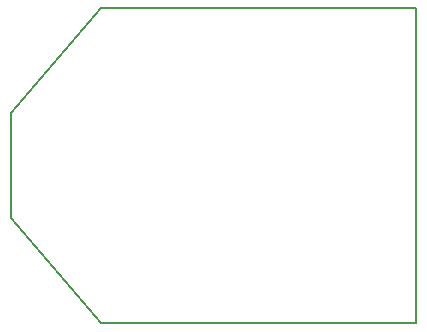
<source format=gm1>
G04 #@! TF.GenerationSoftware,KiCad,Pcbnew,5.0.2+dfsg1-1~bpo9+1*
G04 #@! TF.CreationDate,2020-09-02T01:24:03-04:00*
G04 #@! TF.ProjectId,pcb,7063622e-6b69-4636-9164-5f7063625858,rev?*
G04 #@! TF.SameCoordinates,Original*
G04 #@! TF.FileFunction,Profile,NP*
%FSLAX46Y46*%
G04 Gerber Fmt 4.6, Leading zero omitted, Abs format (unit mm)*
G04 Created by KiCad (PCBNEW 5.0.2+dfsg1-1~bpo9+1) date Wed 02 Sep 2020 01:24:03 AM EDT*
%MOMM*%
%LPD*%
G01*
G04 APERTURE LIST*
%ADD10C,0.152400*%
G04 APERTURE END LIST*
D10*
X121920000Y-64770000D02*
X148590000Y-64770000D01*
X114300000Y-73660000D02*
X121920000Y-64770000D01*
X114300000Y-82550000D02*
X114300000Y-73660000D01*
X121920000Y-91440000D02*
X114300000Y-82550000D01*
X144780000Y-91440000D02*
X121920000Y-91440000D01*
X148590000Y-91440000D02*
X148590000Y-64770000D01*
X144780000Y-91440000D02*
X148590000Y-91440000D01*
M02*

</source>
